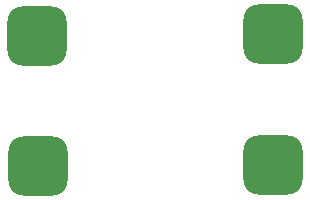
<source format=gbr>
%TF.GenerationSoftware,KiCad,Pcbnew,8.0.5*%
%TF.CreationDate,2024-12-20T11:43:52+13:00*%
%TF.ProjectId,eurorack_to_usb_MP1584EN,6575726f-7261-4636-9b5f-746f5f757362,rev?*%
%TF.SameCoordinates,Original*%
%TF.FileFunction,Paste,Top*%
%TF.FilePolarity,Positive*%
%FSLAX46Y46*%
G04 Gerber Fmt 4.6, Leading zero omitted, Abs format (unit mm)*
G04 Created by KiCad (PCBNEW 8.0.5) date 2024-12-20 11:43:52*
%MOMM*%
%LPD*%
G01*
G04 APERTURE LIST*
G04 Aperture macros list*
%AMRoundRect*
0 Rectangle with rounded corners*
0 $1 Rounding radius*
0 $2 $3 $4 $5 $6 $7 $8 $9 X,Y pos of 4 corners*
0 Add a 4 corners polygon primitive as box body*
4,1,4,$2,$3,$4,$5,$6,$7,$8,$9,$2,$3,0*
0 Add four circle primitives for the rounded corners*
1,1,$1+$1,$2,$3*
1,1,$1+$1,$4,$5*
1,1,$1+$1,$6,$7*
1,1,$1+$1,$8,$9*
0 Add four rect primitives between the rounded corners*
20,1,$1+$1,$2,$3,$4,$5,0*
20,1,$1+$1,$4,$5,$6,$7,0*
20,1,$1+$1,$6,$7,$8,$9,0*
20,1,$1+$1,$8,$9,$2,$3,0*%
G04 Aperture macros list end*
%ADD10RoundRect,1.250000X-1.250000X-1.250000X1.250000X-1.250000X1.250000X1.250000X-1.250000X1.250000X0*%
G04 APERTURE END LIST*
D10*
%TO.C,J3*%
X158950000Y-89900000D03*
X159000000Y-101000000D03*
X139100000Y-101050000D03*
X139000000Y-90050000D03*
%TD*%
M02*

</source>
